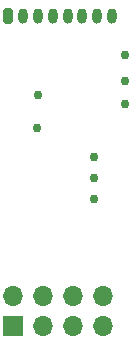
<source format=gbr>
%TF.GenerationSoftware,KiCad,Pcbnew,(6.0.7)*%
%TF.CreationDate,2023-06-01T17:44:57-07:00*%
%TF.ProjectId,connector_board,636f6e6e-6563-4746-9f72-5f626f617264,rev?*%
%TF.SameCoordinates,Original*%
%TF.FileFunction,Soldermask,Bot*%
%TF.FilePolarity,Negative*%
%FSLAX46Y46*%
G04 Gerber Fmt 4.6, Leading zero omitted, Abs format (unit mm)*
G04 Created by KiCad (PCBNEW (6.0.7)) date 2023-06-01 17:44:57*
%MOMM*%
%LPD*%
G01*
G04 APERTURE LIST*
G04 Aperture macros list*
%AMRoundRect*
0 Rectangle with rounded corners*
0 $1 Rounding radius*
0 $2 $3 $4 $5 $6 $7 $8 $9 X,Y pos of 4 corners*
0 Add a 4 corners polygon primitive as box body*
4,1,4,$2,$3,$4,$5,$6,$7,$8,$9,$2,$3,0*
0 Add four circle primitives for the rounded corners*
1,1,$1+$1,$2,$3*
1,1,$1+$1,$4,$5*
1,1,$1+$1,$6,$7*
1,1,$1+$1,$8,$9*
0 Add four rect primitives between the rounded corners*
20,1,$1+$1,$2,$3,$4,$5,0*
20,1,$1+$1,$4,$5,$6,$7,0*
20,1,$1+$1,$6,$7,$8,$9,0*
20,1,$1+$1,$8,$9,$2,$3,0*%
G04 Aperture macros list end*
%ADD10RoundRect,0.200000X-0.200000X-0.450000X0.200000X-0.450000X0.200000X0.450000X-0.200000X0.450000X0*%
%ADD11O,0.800000X1.300000*%
%ADD12C,0.762000*%
%ADD13R,1.700000X1.700000*%
%ADD14O,1.700000X1.700000*%
G04 APERTURE END LIST*
D10*
%TO.C,J1*%
X85979000Y-53975000D03*
D11*
X87229000Y-53975000D03*
X88479000Y-53975000D03*
X89729000Y-53975000D03*
X90979000Y-53975000D03*
X92229000Y-53975000D03*
X93479000Y-53975000D03*
X94729000Y-53975000D03*
%TD*%
D12*
%TO.C,TP7*%
X95885000Y-59436000D03*
%TD*%
%TO.C,TP5*%
X93250000Y-65891000D03*
%TD*%
%TO.C,TP6*%
X95885000Y-61404000D03*
%TD*%
%TO.C,TP8*%
X95885000Y-57277000D03*
%TD*%
D13*
%TO.C,J2*%
X86380000Y-80200000D03*
D14*
X86380000Y-77660000D03*
X88920000Y-80200000D03*
X88920000Y-77660000D03*
X91460000Y-80200000D03*
X91460000Y-77660000D03*
X94000000Y-80200000D03*
X94000000Y-77660000D03*
%TD*%
D12*
%TO.C,TP3*%
X93250000Y-69491000D03*
%TD*%
%TO.C,TP1*%
X88426000Y-63471000D03*
%TD*%
%TO.C,TP4*%
X93250000Y-67691000D03*
%TD*%
%TO.C,TP2*%
X88496000Y-60699000D03*
%TD*%
M02*

</source>
